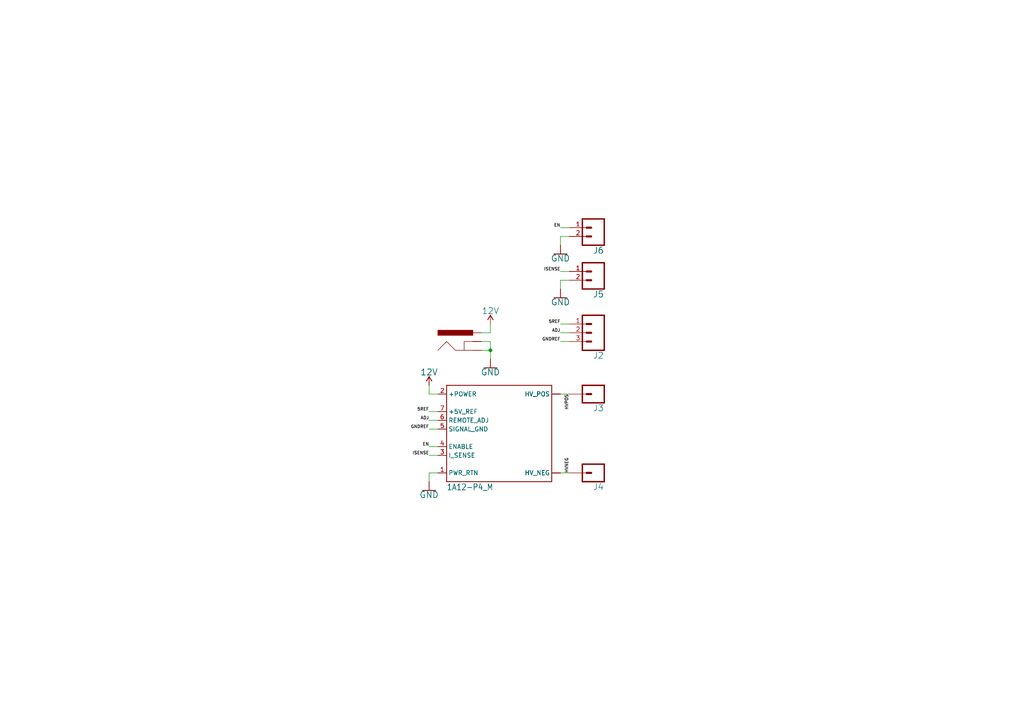
<source format=kicad_sch>
(kicad_sch (version 20230121) (generator eeschema)
  (paper "A4")
  (lib_symbols
    (symbol "working-eagle-import:12V" (power)
      (property "Value" "12V" (at 0 2.794 0))
      (symbol "12V_1_0"
        (polyline (pts (xy 0 2.54) (xy -0.762 1.27)) (stroke (width 0.254)))
        (polyline (pts (xy 0.762 1.27) (xy 0 2.54)) (stroke (width 0.254)))
        (pin power_in line (at 0 0 90) (length 2.54) (name "12V") (number "1"))
      )
    )
    (symbol "working-eagle-import:1A12-P4_M"
      (symbol "1A12-P4_M_1_0"
        (polyline (pts (xy 0 -20.32) (xy 0 7.62)) (stroke (width 0.254)))
        (polyline (pts (xy 0 7.62) (xy 30.48 7.62)) (stroke (width 0.254)))
        (polyline (pts (xy 30.48 -20.32) (xy 0 -20.32)) (stroke (width 0.254)))
        (polyline (pts (xy 30.48 7.62) (xy 30.48 -20.32)) (stroke (width 0.254)))
        (pin bidirectional line (at -2.54 -17.78 0) (length 2.54) (name "PWR_RTN") (number "1"))
        (pin bidirectional line (at 33.02 5.08 180) (length 2.54) (name "HV_POS") (number "10"))
        (pin bidirectional line (at 33.02 5.08 180) (length 2.54) (name "HV_POS") (number "11"))
        (pin bidirectional line (at -2.54 5.08 0) (length 2.54) (name "+POWER") (number "2"))
        (pin bidirectional line (at -2.54 -12.7 0) (length 2.54) (name "I_SENSE") (number "3"))
        (pin bidirectional line (at -2.54 -10.16 0) (length 2.54) (name "ENABLE") (number "4"))
        (pin bidirectional line (at -2.54 -5.08 0) (length 2.54) (name "SIGNAL_GND") (number "5"))
        (pin bidirectional line (at -2.54 -2.54 0) (length 2.54) (name "REMOTE_ADJ") (number "6"))
        (pin bidirectional line (at -2.54 0 0) (length 2.54) (name "+5V_REF") (number "7"))
        (pin bidirectional line (at 33.02 -17.78 180) (length 2.54) (name "HV_NEG") (number "8"))
        (pin bidirectional line (at 33.02 -17.78 180) (length 2.54) (name "HV_NEG") (number "9"))
      )
    )
    (symbol "working-eagle-import:CONN_01PTH_2MM"
      (property "Reference" "J" (at -2.54 3.048 0))
      (symbol "CONN_01PTH_2MM_1_0"
        (polyline (pts (xy -2.54 2.54) (xy -2.54 -2.54)) (stroke (width 0.4064)))
        (polyline (pts (xy -2.54 2.54) (xy 3.81 2.54)) (stroke (width 0.4064)))
        (polyline (pts (xy 1.27 0) (xy 2.54 0)) (stroke (width 0.6096)))
        (polyline (pts (xy 3.81 -2.54) (xy -2.54 -2.54)) (stroke (width 0.4064)))
        (polyline (pts (xy 3.81 -2.54) (xy 3.81 2.54)) (stroke (width 0.4064)))
        (pin passive line (at 7.62 0 180) (length 5.08) (name "1") (number "1"))
      )
    )
    (symbol "working-eagle-import:CONN_021X02_NO_SILK"
      (property "Reference" "J" (at -2.54 5.588 0))
      (symbol "CONN_021X02_NO_SILK_1_0"
        (polyline (pts (xy -2.54 5.08) (xy -2.54 -2.54)) (stroke (width 0.4064)))
        (polyline (pts (xy -2.54 5.08) (xy 3.81 5.08)) (stroke (width 0.4064)))
        (polyline (pts (xy 1.27 0) (xy 2.54 0)) (stroke (width 0.6096)))
        (polyline (pts (xy 1.27 2.54) (xy 2.54 2.54)) (stroke (width 0.6096)))
        (polyline (pts (xy 3.81 -2.54) (xy -2.54 -2.54)) (stroke (width 0.4064)))
        (polyline (pts (xy 3.81 -2.54) (xy 3.81 5.08)) (stroke (width 0.4064)))
        (pin passive line (at 7.62 0 180) (length 5.08) (name "1") (number "1"))
        (pin passive line (at 7.62 2.54 180) (length 5.08) (name "2") (number "2"))
      )
    )
    (symbol "working-eagle-import:CONN_031X03_NO_SILK"
      (property "Reference" "J" (at -2.54 5.588 0))
      (symbol "CONN_031X03_NO_SILK_1_0"
        (polyline (pts (xy -2.54 5.08) (xy -2.54 -5.08)) (stroke (width 0.4064)))
        (polyline (pts (xy -2.54 5.08) (xy 3.81 5.08)) (stroke (width 0.4064)))
        (polyline (pts (xy 1.27 -2.54) (xy 2.54 -2.54)) (stroke (width 0.6096)))
        (polyline (pts (xy 1.27 0) (xy 2.54 0)) (stroke (width 0.6096)))
        (polyline (pts (xy 1.27 2.54) (xy 2.54 2.54)) (stroke (width 0.6096)))
        (polyline (pts (xy 3.81 -5.08) (xy -2.54 -5.08)) (stroke (width 0.4064)))
        (polyline (pts (xy 3.81 -5.08) (xy 3.81 5.08)) (stroke (width 0.4064)))
        (pin passive line (at 7.62 -2.54 180) (length 5.08) (name "1") (number "1"))
        (pin passive line (at 7.62 0 180) (length 5.08) (name "2") (number "2"))
        (pin passive line (at 7.62 2.54 180) (length 5.08) (name "3") (number "3"))
      )
    )
    (symbol "working-eagle-import:GND" (power)
      (property "Value" "GND" (at 0 -0.254 0))
      (symbol "GND_1_0"
        (polyline (pts (xy -1.905 0) (xy 1.905 0)) (stroke (width 0.254)))
        (pin power_in line (at 0 2.54 270) (length 2.54) (name "GND") (number "1"))
      )
    )
    (symbol "working-eagle-import:POWER_JACK"
      (symbol "POWER_JACK_1_0"
        (rectangle (start -10.16 6.858) (end 0 8.382) (fill (type outline)))
        (polyline (pts (xy -10.16 2.54) (xy -7.62 5.08)) (stroke (width 0.1524)))
        (polyline (pts (xy -7.62 5.08) (xy -5.08 2.54)) (stroke (width 0.1524)))
        (polyline (pts (xy -5.08 2.54) (xy -2.54 2.54)) (stroke (width 0.1524)))
        (polyline (pts (xy -2.54 2.54) (xy -2.54 5.08)) (stroke (width 0.1524)))
        (polyline (pts (xy -2.54 2.54) (xy 0 2.54)) (stroke (width 0.1524)))
        (polyline (pts (xy -2.54 5.08) (xy 0 5.08)) (stroke (width 0.1524)))
        (pin bidirectional line (at 2.54 2.54 180) (length 2.54) (name "GND") (number "GND"))
        (pin bidirectional line (at 2.54 5.08 180) (length 2.54) (name "GNDBREAK") (number "GNDBREAK"))
        (pin bidirectional line (at 2.54 7.62 180) (length 2.54) (name "PWR") (number "PWR"))
      )
    )
  )
  (junction (at 142.24 101.6))
  (wire (pts (xy 165.1 96.52) (xy 162.56 96.52)) (stroke (width 0.1524)))
  (wire (pts (xy 142.24 101.6) (xy 142.24 99.06)) (stroke (width 0.1524)))
  (wire (pts (xy 165.1 68.58) (xy 162.56 68.58)) (stroke (width 0.1524)))
  (wire (pts (xy 165.1 99.06) (xy 162.56 99.06)) (stroke (width 0.1524)))
  (wire (pts (xy 165.1 78.74) (xy 162.56 78.74)) (stroke (width 0.1524)))
  (wire (pts (xy 162.56 68.58) (xy 162.56 71.12)) (stroke (width 0.1524)))
  (wire (pts (xy 165.1 93.98) (xy 162.56 93.98)) (stroke (width 0.1524)))
  (wire (pts (xy 165.1 81.28) (xy 162.56 81.28)) (stroke (width 0.1524)))
  (wire (pts (xy 124.46 137.16) (xy 124.46 139.7)) (stroke (width 0.1524)))
  (wire (pts (xy 127 119.38) (xy 124.46 119.38)) (stroke (width 0.1524)))
  (wire (pts (xy 165.1 137.16) (xy 162.56 137.16)) (stroke (width 0.1524)))
  (wire (pts (xy 127 124.46) (xy 124.46 124.46)) (stroke (width 0.1524)))
  (wire (pts (xy 127 132.08) (xy 124.46 132.08)) (stroke (width 0.1524)))
  (wire (pts (xy 142.24 96.52) (xy 142.24 93.98)) (stroke (width 0.1524)))
  (wire (pts (xy 127 129.54) (xy 124.46 129.54)) (stroke (width 0.1524)))
  (wire (pts (xy 127 121.92) (xy 124.46 121.92)) (stroke (width 0.1524)))
  (wire (pts (xy 139.7 96.52) (xy 142.24 96.52)) (stroke (width 0.1524)))
  (wire (pts (xy 142.24 101.6) (xy 142.24 104.14)) (stroke (width 0.1524)))
  (wire (pts (xy 165.1 114.3) (xy 162.56 114.3)) (stroke (width 0.1524)))
  (wire (pts (xy 124.46 114.3) (xy 124.46 111.76)) (stroke (width 0.1524)))
  (wire (pts (xy 139.7 99.06) (xy 142.24 99.06)) (stroke (width 0.1524)))
  (wire (pts (xy 139.7 101.6) (xy 142.24 101.6)) (stroke (width 0.1524)))
  (wire (pts (xy 162.56 81.28) (xy 162.56 83.82)) (stroke (width 0.1524)))
  (wire (pts (xy 127 137.16) (xy 124.46 137.16)) (stroke (width 0.1524)))
  (wire (pts (xy 127 114.3) (xy 124.46 114.3)) (stroke (width 0.1524)))
  (wire (pts (xy 165.1 66.04) (xy 162.56 66.04)) (stroke (width 0.1524)))
  (label "5REF" (at 124.46 119.38 180) (effects (font (size 0.889 0.889))))
  (label "HVNEG" (at 165.1 137.16 90) (effects (font (size 0.889 0.889))))
  (label "GNDREF" (at 124.46 124.46 180) (effects (font (size 0.889 0.889))))
  (label "ADJ" (at 124.46 121.92 180) (effects (font (size 0.889 0.889))))
  (label "EN" (at 124.46 129.54 180) (effects (font (size 0.889 0.889))))
  (label "ADJ" (at 162.56 96.52 180) (effects (font (size 0.889 0.889))))
  (label "HVPOS" (at 165.1 114.3 270) (effects (font (size 0.889 0.889))))
  (label "5REF" (at 162.56 93.98 180) (effects (font (size 0.889 0.889))))
  (label "ISENSE" (at 162.56 78.74 180) (effects (font (size 0.889 0.889))))
  (label "EN" (at 162.56 66.04 180) (effects (font (size 0.889 0.889))))
  (label "ISENSE" (at 124.46 132.08 180) (effects (font (size 0.889 0.889))))
  (label "GNDREF" (at 162.56 99.06 180) (effects (font (size 0.889 0.889))))
  (symbol (lib_id "working-eagle-import:CONN_021X02_NO_SILK") (at 172.72 78.74 180) (unit 1)
    (property "Reference" "J5" (at 175.26 84.328 0) (effects (font (size 1.778 1.778)) (justify left bottom)))
    (property "Value" "CONN_021X02_NO_SILK" (effects hide))
    (property "Footprint" "working:1X02_NO_SILK" (effects hide))
  )
  (symbol (lib_id "working-eagle-import:CONN_031X03_NO_SILK") (at 172.72 96.52 180) (unit 1)
    (property "Reference" "J2" (at 175.26 102.108 0) (effects (font (size 1.778 1.778)) (justify left bottom)))
    (property "Value" "CONN_031X03_NO_SILK" (effects hide))
    (property "Footprint" "working:1X03_NO_SILK" (effects hide))
  )
  (symbol (lib_id "working-eagle-import:CONN_01PTH_2MM") (at 172.72 114.3 180) (unit 1)
    (property "Reference" "J3" (at 175.26 117.348 0) (effects (font (size 1.778 1.778)) (justify left bottom)))
    (property "Value" "CONN_01PTH_2MM" (effects hide))
    (property "Footprint" "working:1X01_2MM" (effects hide))
  )
  (symbol (lib_id "working-eagle-import:CONN_021X02_NO_SILK") (at 172.72 66.04 180) (unit 1)
    (property "Reference" "J6" (at 175.26 71.628 0) (effects (font (size 1.778 1.778)) (justify left bottom)))
    (property "Value" "CONN_021X02_NO_SILK" (effects hide))
    (property "Footprint" "working:1X02_NO_SILK" (effects hide))
  )
  (symbol (lib_id "working-eagle-import:GND") (at 162.56 73.66 0) (unit 1)
    (property "Reference" "#GND4" (effects hide))
    (property "Value" "GND" (at 162.56 73.914 0) (effects (font (size 1.778 1.778)) (justify top)))
  )
  (symbol (lib_id "working-eagle-import:GND") (at 162.56 86.36 0) (unit 1)
    (property "Reference" "#GND3" (effects hide))
    (property "Value" "GND" (at 162.56 86.614 0) (effects (font (size 1.778 1.778)) (justify top)))
  )
  (symbol (lib_id "working-eagle-import:12V") (at 124.46 111.76 0) (unit 1)
    (property "Reference" "#SUPPLY1" (effects hide))
    (property "Value" "12V" (at 124.46 108.966 0) (effects (font (size 1.778 1.778)) (justify bottom)))
  )
  (symbol (lib_id "working-eagle-import:GND") (at 142.24 106.68 0) (unit 1)
    (property "Reference" "#GND1" (effects hide))
    (property "Value" "GND" (at 142.24 106.934 0) (effects (font (size 1.778 1.778)) (justify top)))
  )
  (symbol (lib_id "working-eagle-import:POWER_JACK") (at 137.16 104.14 0) (unit 1)
    (property "Reference" "J1" (effects hide))
    (property "Value" "POWER_JACK" (effects hide))
    (property "Footprint" "working:POWER_JACK_PTH" (effects hide))
  )
  (symbol (lib_id "working-eagle-import:GND") (at 124.46 142.24 0) (unit 1)
    (property "Reference" "#GND2" (effects hide))
    (property "Value" "GND" (at 124.46 142.494 0) (effects (font (size 1.778 1.778)) (justify top)))
  )
  (symbol (lib_id "working-eagle-import:1A12-P4_M") (at 129.54 119.38 0) (unit 1)
    (property "Reference" "U$1" (effects hide))
    (property "Value" "1A12-P4_M" (at 129.54 142.24 0) (effects (font (size 1.778 1.5113)) (justify left bottom)))
    (property "Footprint" "working:ULTRAVOLT" (effects hide))
  )
  (symbol (lib_id "working-eagle-import:CONN_01PTH_2MM") (at 172.72 137.16 180) (unit 1)
    (property "Reference" "J4" (at 175.26 140.208 0) (effects (font (size 1.778 1.778)) (justify left bottom)))
    (property "Value" "CONN_01PTH_2MM" (effects hide))
    (property "Footprint" "working:1X01_2MM" (effects hide))
  )
  (symbol (lib_id "working-eagle-import:12V") (at 142.24 93.98 0) (unit 1)
    (property "Reference" "#SUPPLY2" (effects hide))
    (property "Value" "12V" (at 142.24 91.186 0) (effects (font (size 1.778 1.778)) (justify bottom)))
  )
)
</source>
